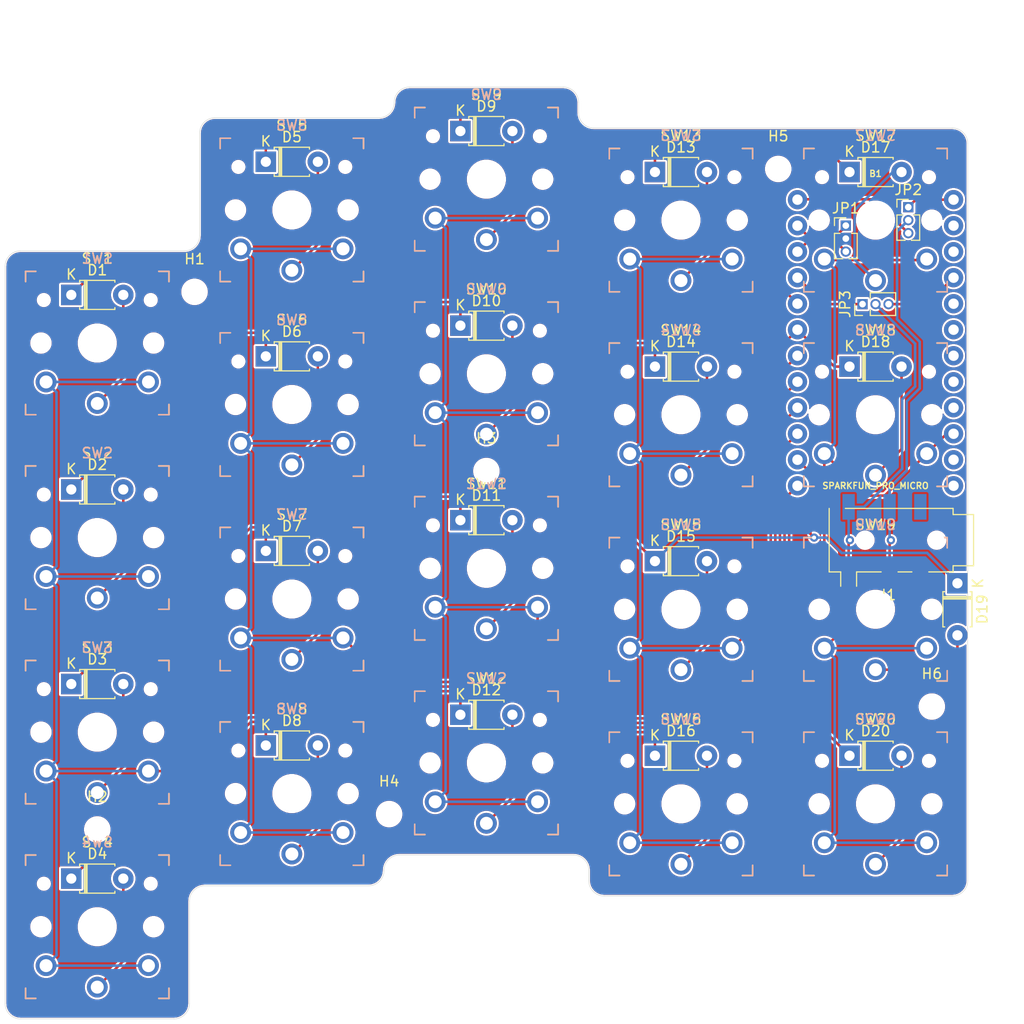
<source format=kicad_pcb>
(kicad_pcb (version 20171130) (host pcbnew "(5.1.9)-1")
  (layers (0 F.Cu signal) (31 B.Cu signal) (34 B.Paste user) (35 F.Paste user) (36 B.SilkS user hide) (37 F.SilkS user hide) (38 B.Mask user) (39 F.Mask user) (44 Edge.Cuts user))
  (net 0 "")
  (net 1 "Net-(B1-Pad24)")
  (net 2 "Net-(B1-Pad23)")
  (net 3 "Net-(B1-Pad22)")
  (net 4 "Net-(B1-Pad21)")
  (net 5 "Net-(B1-Pad20)")
  (net 6 "Net-(B1-Pad19)")
  (net 7 "Net-(B1-Pad18)")
  (net 8 "Net-(B1-Pad17)")
  (net 9 "Net-(B1-Pad16)")
  (net 10 "Net-(B1-Pad14)")
  (net 11 "Net-(B1-Pad13)")
  (net 12 "Net-(B1-Pad4)")
  (net 13 "Net-(B1-Pad3)")
  (net 14 "Net-(B1-Pad2)")
  (net 15 "Net-(B1-Pad1)")
  (net 16 "Net-(D1-Pad2)")
  (net 17 row0)
  (net 18 "Net-(D2-Pad2)")
  (net 19 row1)
  (net 20 "Net-(D3-Pad2)")
  (net 21 row2)
  (net 22 "Net-(D4-Pad2)")
  (net 23 row3)
  (net 24 "Net-(D5-Pad2)")
  (net 25 "Net-(D6-Pad2)")
  (net 26 "Net-(D7-Pad2)")
  (net 27 "Net-(D8-Pad2)")
  (net 28 "Net-(D9-Pad2)")
  (net 29 "Net-(D10-Pad2)")
  (net 30 "Net-(D11-Pad2)")
  (net 31 "Net-(D12-Pad2)")
  (net 32 "Net-(D13-Pad2)")
  (net 33 "Net-(D14-Pad2)")
  (net 34 "Net-(D15-Pad2)")
  (net 35 "Net-(D16-Pad2)")
  (net 36 "Net-(D17-Pad2)")
  (net 37 "Net-(D18-Pad2)")
  (net 38 "Net-(D19-Pad2)")
  (net 39 "Net-(D20-Pad2)")
  (net 40 "Net-(J1-PadR2)")
  (net 41 TX)
  (net 42 +5V)
  (net 43 GND)
  (net 44 col0)
  (net 45 col1)
  (net 46 col2)
  (net 47 col3)
  (net 48 col4)
  (module keyswitches:SW_PG1350_reversible (layer F.Cu) (at 166.5 71.5)
    (fp_text reference SW13 (at 0 -8.255) (layer F.SilkS))
    (fp_text value SW_Push)
    (fp_text user %R (at 0 -8.255) (layer B.SilkS) (effects (justify mirror)))
    (pad "" np_thru_hole circle (at -5.5 0) (size 1.7018 1.7018) (drill 1.7018) (layers *.Cu *.Mask))
    (pad "" np_thru_hole circle (at 5.5 0) (size 1.7018 1.7018) (drill 1.7018) (layers *.Cu *.Mask))
    (pad "" np_thru_hole circle (at 5.22 -4.2) (size 0.9906 0.9906) (drill 0.9906) (layers *.Cu *.Mask))
    (pad 1 thru_hole circle (at 0 5.9) (size 2.032 2.032) (drill 1.27) (layers *.Cu *.Mask) (net 32 "Net-(D13-Pad2)"))
    (pad 2 thru_hole circle (at -5 3.8) (size 2.032 2.032) (drill 1.27) (layers *.Cu *.Mask) (net 47 col3))
    (pad "" np_thru_hole circle (at 0 0) (size 3.429 3.429) (drill 3.429) (layers *.Cu *.Mask))
    (pad 2 thru_hole circle (at 5 3.8) (size 2.032 2.032) (drill 1.27) (layers *.Cu *.Mask) (net 47 col3))
    (pad "" np_thru_hole circle (at -5.22 -4.2) (size 0.9906 0.9906) (drill 0.9906) (layers *.Cu *.Mask))
  )
  (module keyswitches:SW_PG1350_reversible (layer F.Cu) (at 128.5 70.5)
    (fp_text reference SW5 (at 0 -8.255) (layer F.SilkS))
    (fp_text value SW_Push)
    (fp_text user %R (at 0 -8.255) (layer B.SilkS) (effects (justify mirror)))
    (pad "" np_thru_hole circle (at -5.5 0) (size 1.7018 1.7018) (drill 1.7018) (layers *.Cu *.Mask))
    (pad "" np_thru_hole circle (at 5.5 0) (size 1.7018 1.7018) (drill 1.7018) (layers *.Cu *.Mask))
    (pad "" np_thru_hole circle (at 5.22 -4.2) (size 0.9906 0.9906) (drill 0.9906) (layers *.Cu *.Mask))
    (pad 1 thru_hole circle (at 0 5.9) (size 2.032 2.032) (drill 1.27) (layers *.Cu *.Mask) (net 24 "Net-(D5-Pad2)"))
    (pad 2 thru_hole circle (at -5 3.8) (size 2.032 2.032) (drill 1.27) (layers *.Cu *.Mask) (net 45 col1))
    (pad "" np_thru_hole circle (at 0 0) (size 3.429 3.429) (drill 3.429) (layers *.Cu *.Mask))
    (pad 2 thru_hole circle (at 5 3.8) (size 2.032 2.032) (drill 1.27) (layers *.Cu *.Mask) (net 45 col1))
    (pad "" np_thru_hole circle (at -5.22 -4.2) (size 0.9906 0.9906) (drill 0.9906) (layers *.Cu *.Mask))
  )
  (module Connector_PinHeader_1.27mm:PinHeader_1x03_P1.27mm_Vertical (layer F.Cu) (at 184.23 79.7 90)
    (fp_text reference JP3 (at 0 -1.695 90) (layer F.SilkS))
    (fp_text value Jumper_3_Open)
    (pad 3 thru_hole oval (at 0 2.54 90) (size 1 1) (drill 0.65) (layers *.Cu *.Mask) (net 4 "Net-(B1-Pad21)"))
    (pad 2 thru_hole oval (at 0 1.27 90) (size 1 1) (drill 0.65) (layers *.Cu *.Mask) (net 42 +5V))
    (pad 1 thru_hole rect (at 0 0 90) (size 1 1) (drill 0.65) (layers *.Cu *.Mask) (net 12 "Net-(B1-Pad4)"))
  )
  (module Connector_PinHeader_1.27mm:PinHeader_1x03_P1.27mm_Vertical (layer F.Cu) (at 188.7 70.23)
    (fp_text reference JP2 (at 0 -1.695) (layer F.SilkS))
    (fp_text value Jumper_3_Open)
    (pad 3 thru_hole oval (at 0 2.54) (size 1 1) (drill 0.65) (layers *.Cu *.Mask) (net 15 "Net-(B1-Pad1)"))
    (pad 2 thru_hole oval (at 0 1.27) (size 1 1) (drill 0.65) (layers *.Cu *.Mask) (net 41 TX))
    (pad 1 thru_hole rect (at 0 0) (size 1 1) (drill 0.65) (layers *.Cu *.Mask) (net 1 "Net-(B1-Pad24)"))
  )
  (module Connector_PinHeader_1.27mm:PinHeader_1x03_P1.27mm_Vertical (layer F.Cu) (at 182.6 72.03)
    (fp_text reference JP1 (at 0 -1.695) (layer F.SilkS))
    (fp_text value Jumper_3_Open)
    (pad 3 thru_hole oval (at 0 2.54) (size 1 1) (drill 0.65) (layers *.Cu *.Mask) (net 13 "Net-(B1-Pad3)"))
    (pad 2 thru_hole oval (at 0 1.27) (size 1 1) (drill 0.65) (layers *.Cu *.Mask) (net 43 GND))
    (pad 1 thru_hole rect (at 0 0) (size 1 1) (drill 0.65) (layers *.Cu *.Mask) (net 14 "Net-(B1-Pad2)"))
  )
  (module Diode_THT:D_T-1_P5.08mm_Horizontal (layer F.Cu) (at 193.5 106.96 270)
    (fp_text reference D19 (at 2.54 -2.42 90) (layer F.SilkS))
    (fp_text value D_Small)
    (fp_text user K (at 0 -2 90) (layer F.SilkS))
    (pad 2 thru_hole oval (at 5.08 0 270) (size 2 2) (drill 1) (layers *.Cu *.Mask) (net 38 "Net-(D19-Pad2)"))
    (pad 1 thru_hole rect (at 0 0 270) (size 2 2) (drill 1) (layers *.Cu *.Mask) (net 21 row2))
  )
  (module Boards:SPARKFUN_PRO_MICRO (layer F.Cu) (at 185.5 82.2)
    (fp_text reference B1 (at 0 -15.24) (layer F.SilkS) (effects (font (size 0.6096 0.6096) (thickness 0.127))))
    (fp_text value SPARKFUN_PRO_MICRO (at 0 15.24) (layer F.SilkS) (effects (font (size 0.6096 0.6096) (thickness 0.127))))
    (pad 24 thru_hole circle (at 7.62 -12.7) (size 1.8796 1.8796) (drill 1.016) (layers *.Cu *.Mask) (net 1 "Net-(B1-Pad24)"))
    (pad 23 thru_hole circle (at 7.62 -10.16) (size 1.8796 1.8796) (drill 1.016) (layers *.Cu *.Mask) (net 2 "Net-(B1-Pad23)"))
    (pad 22 thru_hole circle (at 7.62 -7.62) (size 1.8796 1.8796) (drill 1.016) (layers *.Cu *.Mask) (net 3 "Net-(B1-Pad22)"))
    (pad 21 thru_hole circle (at 7.62 -5.08) (size 1.8796 1.8796) (drill 1.016) (layers *.Cu *.Mask) (net 4 "Net-(B1-Pad21)"))
    (pad 20 thru_hole circle (at 7.62 -2.54) (size 1.8796 1.8796) (drill 1.016) (layers *.Cu *.Mask) (net 5 "Net-(B1-Pad20)"))
    (pad 19 thru_hole circle (at 7.62 0) (size 1.8796 1.8796) (drill 1.016) (layers *.Cu *.Mask) (net 6 "Net-(B1-Pad19)"))
    (pad 18 thru_hole circle (at 7.62 2.54) (size 1.8796 1.8796) (drill 1.016) (layers *.Cu *.Mask) (net 7 "Net-(B1-Pad18)"))
    (pad 17 thru_hole circle (at 7.62 5.08) (size 1.8796 1.8796) (drill 1.016) (layers *.Cu *.Mask) (net 8 "Net-(B1-Pad17)"))
    (pad 16 thru_hole circle (at 7.62 7.62) (size 1.8796 1.8796) (drill 1.016) (layers *.Cu *.Mask) (net 9 "Net-(B1-Pad16)"))
    (pad 15 thru_hole circle (at 7.62 10.16) (size 1.8796 1.8796) (drill 1.016) (layers *.Cu *.Mask) (net 48 col4))
    (pad 14 thru_hole circle (at 7.62 12.7) (size 1.8796 1.8796) (drill 1.016) (layers *.Cu *.Mask) (net 10 "Net-(B1-Pad14)"))
    (pad 13 thru_hole circle (at 7.62 15.24) (size 1.8796 1.8796) (drill 1.016) (layers *.Cu *.Mask) (net 11 "Net-(B1-Pad13)"))
    (pad 12 thru_hole circle (at -7.62 15.24) (size 1.8796 1.8796) (drill 1.016) (layers *.Cu *.Mask) (net 23 row3))
    (pad 11 thru_hole circle (at -7.62 12.7) (size 1.8796 1.8796) (drill 1.016) (layers *.Cu *.Mask) (net 21 row2))
    (pad 10 thru_hole circle (at -7.62 10.16) (size 1.8796 1.8796) (drill 1.016) (layers *.Cu *.Mask) (net 44 col0))
    (pad 9 thru_hole circle (at -7.62 7.62) (size 1.8796 1.8796) (drill 1.016) (layers *.Cu *.Mask) (net 45 col1))
    (pad 8 thru_hole circle (at -7.62 5.08) (size 1.8796 1.8796) (drill 1.016) (layers *.Cu *.Mask) (net 46 col2))
    (pad 7 thru_hole circle (at -7.62 2.54) (size 1.8796 1.8796) (drill 1.016) (layers *.Cu *.Mask) (net 47 col3))
    (pad 6 thru_hole circle (at -7.62 0) (size 1.8796 1.8796) (drill 1.016) (layers *.Cu *.Mask) (net 19 row1))
    (pad 5 thru_hole circle (at -7.62 -2.54) (size 1.8796 1.8796) (drill 1.016) (layers *.Cu *.Mask) (net 17 row0))
    (pad 4 thru_hole circle (at -7.62 -5.08) (size 1.8796 1.8796) (drill 1.016) (layers *.Cu *.Mask) (net 12 "Net-(B1-Pad4)"))
    (pad 3 thru_hole circle (at -7.62 -7.62) (size 1.8796 1.8796) (drill 1.016) (layers *.Cu *.Mask) (net 13 "Net-(B1-Pad3)"))
    (pad 2 thru_hole circle (at -7.62 -10.16) (size 1.8796 1.8796) (drill 1.016) (layers *.Cu *.Mask) (net 14 "Net-(B1-Pad2)"))
    (pad 1 thru_hole circle (at -7.62 -12.7) (size 1.8796 1.8796) (drill 1.016) (layers *.Cu *.Mask) (net 15 "Net-(B1-Pad1)"))
  )
  (module keyswitches:SW_PG1350_reversible (layer F.Cu) (at 185.5 109.5)
    (fp_text reference SW19 (at 0 -8.255) (layer F.SilkS))
    (fp_text value SW_Push)
    (fp_text user %R (at 0 -8.255) (layer B.SilkS) (effects (justify mirror)))
    (pad "" np_thru_hole circle (at -5.5 0) (size 1.7018 1.7018) (drill 1.7018) (layers *.Cu *.Mask))
    (pad "" np_thru_hole circle (at 5.5 0) (size 1.7018 1.7018) (drill 1.7018) (layers *.Cu *.Mask))
    (pad 1 thru_hole circle (at 0 5.9) (size 2.032 2.032) (drill 1.27) (layers *.Cu *.Mask) (net 38 "Net-(D19-Pad2)"))
    (pad 2 thru_hole circle (at -5 3.8) (size 2.032 2.032) (drill 1.27) (layers *.Cu *.Mask) (net 48 col4))
    (pad "" np_thru_hole circle (at 0 0) (size 3.429 3.429) (drill 3.429) (layers *.Cu *.Mask))
    (pad 2 thru_hole circle (at 5 3.8) (size 2.032 2.032) (drill 1.27) (layers *.Cu *.Mask) (net 48 col4))
  )
  (module Connector_Audio:Jack_3.5mm_PJ320D_Horizontal (layer F.Cu) (at 186.7 102.75 180)
    (fp_text reference J1 (at 0.05 -5.35 180) (layer F.SilkS))
    (fp_text value AudioJack4)
    (pad "" np_thru_hole circle (at 2.225 0 180) (size 1.5 1.5) (drill 1.5) (layers *.Cu *.Mask))
    (pad "" np_thru_hole circle (at -4.775 0 180) (size 1.5 1.5) (drill 1.5) (layers *.Cu *.Mask))
    (pad R2 smd rect (at -3.175 -3.25 180) (size 1.2 2.5) (layers F.Cu F.Paste F.Mask) (net 40 "Net-(J1-PadR2)"))
    (pad R1 smd rect (at -0.175 -3.25 180) (size 1.2 2.5) (layers F.Cu F.Paste F.Mask) (net 41 TX))
    (pad T smd rect (at 3.825 -3.25 180) (size 1.2 2.5) (layers F.Cu F.Paste F.Mask) (net 42 +5V))
    (pad S smd rect (at 4.925 3.25 180) (size 1.2 2.5) (layers F.Cu F.Paste F.Mask) (net 43 GND))
    (pad R2 smd rect (at -3.175 3.25 180) (size 1.2 2.5) (layers B.Cu B.Paste B.Mask) (net 40 "Net-(J1-PadR2)"))
    (pad T smd rect (at 3.825 3.25 180) (size 1.2 2.5) (layers B.Cu B.Paste B.Mask) (net 42 +5V))
    (pad S smd rect (at 4.925 -3.25 180) (size 1.2 2.5) (layers B.Cu B.Paste B.Mask) (net 43 GND))
    (pad R1 smd rect (at -0.175 3.25 180) (size 1.2 2.5) (layers B.Cu B.Paste B.Mask) (net 41 TX))
  )
  (module keyswitches:SW_PG1350_reversible (layer F.Cu) (at 109.5 140.5)
    (fp_text reference SW4 (at 0 -8.255) (layer F.SilkS))
    (fp_text value SW_Push)
    (fp_text user %R (at 0 -8.255) (layer B.SilkS) (effects (justify mirror)))
    (pad "" np_thru_hole circle (at -5.5 0) (size 1.7018 1.7018) (drill 1.7018) (layers *.Cu *.Mask))
    (pad "" np_thru_hole circle (at 5.5 0) (size 1.7018 1.7018) (drill 1.7018) (layers *.Cu *.Mask))
    (pad "" np_thru_hole circle (at 5.22 -4.2) (size 0.9906 0.9906) (drill 0.9906) (layers *.Cu *.Mask))
    (pad 1 thru_hole circle (at 0 5.9) (size 2.032 2.032) (drill 1.27) (layers *.Cu *.Mask) (net 22 "Net-(D4-Pad2)"))
    (pad 2 thru_hole circle (at -5 3.8) (size 2.032 2.032) (drill 1.27) (layers *.Cu *.Mask) (net 44 col0))
    (pad "" np_thru_hole circle (at 0 0) (size 3.429 3.429) (drill 3.429) (layers *.Cu *.Mask))
    (pad 2 thru_hole circle (at 5 3.8) (size 2.032 2.032) (drill 1.27) (layers *.Cu *.Mask) (net 44 col0))
    (pad "" np_thru_hole circle (at -5.22 -4.2) (size 0.9906 0.9906) (drill 0.9906) (layers *.Cu *.Mask))
  )
  (module keyswitches:SW_PG1350_reversible (layer F.Cu) (at 185.5 128.5)
    (fp_text reference SW20 (at 0 -8.255) (layer F.SilkS))
    (fp_text value SW_Push)
    (fp_text user %R (at 0 -8.255) (layer B.SilkS) (effects (justify mirror)))
    (pad "" np_thru_hole circle (at -5.5 0) (size 1.7018 1.7018) (drill 1.7018) (layers *.Cu *.Mask))
    (pad "" np_thru_hole circle (at 5.5 0) (size 1.7018 1.7018) (drill 1.7018) (layers *.Cu *.Mask))
    (pad "" np_thru_hole circle (at 5.22 -4.2) (size 0.9906 0.9906) (drill 0.9906) (layers *.Cu *.Mask))
    (pad 1 thru_hole circle (at 0 5.9) (size 2.032 2.032) (drill 1.27) (layers *.Cu *.Mask) (net 39 "Net-(D20-Pad2)"))
    (pad 2 thru_hole circle (at -5 3.8) (size 2.032 2.032) (drill 1.27) (layers *.Cu *.Mask) (net 48 col4))
    (pad "" np_thru_hole circle (at 0 0) (size 3.429 3.429) (drill 3.429) (layers *.Cu *.Mask))
    (pad 2 thru_hole circle (at 5 3.8) (size 2.032 2.032) (drill 1.27) (layers *.Cu *.Mask) (net 48 col4))
    (pad "" np_thru_hole circle (at -5.22 -4.2) (size 0.9906 0.9906) (drill 0.9906) (layers *.Cu *.Mask))
  )
  (module keyswitches:SW_PG1350_reversible (layer F.Cu) (at 185.5 90.5)
    (fp_text reference SW18 (at 0 -8.255) (layer F.SilkS))
    (fp_text value SW_Push)
    (fp_text user %R (at 0 -8.255) (layer B.SilkS) (effects (justify mirror)))
    (pad "" np_thru_hole circle (at -5.5 0) (size 1.7018 1.7018) (drill 1.7018) (layers *.Cu *.Mask))
    (pad "" np_thru_hole circle (at 5.5 0) (size 1.7018 1.7018) (drill 1.7018) (layers *.Cu *.Mask))
    (pad "" np_thru_hole circle (at 5.22 -4.2) (size 0.9906 0.9906) (drill 0.9906) (layers *.Cu *.Mask))
    (pad 1 thru_hole circle (at 0 5.9) (size 2.032 2.032) (drill 1.27) (layers *.Cu *.Mask) (net 37 "Net-(D18-Pad2)"))
    (pad 2 thru_hole circle (at -5 3.8) (size 2.032 2.032) (drill 1.27) (layers *.Cu *.Mask) (net 48 col4))
    (pad "" np_thru_hole circle (at 0 0) (size 3.429 3.429) (drill 3.429) (layers *.Cu *.Mask))
    (pad 2 thru_hole circle (at 5 3.8) (size 2.032 2.032) (drill 1.27) (layers *.Cu *.Mask) (net 48 col4))
    (pad "" np_thru_hole circle (at -5.22 -4.2) (size 0.9906 0.9906) (drill 0.9906) (layers *.Cu *.Mask))
  )
  (module keyswitches:SW_PG1350_reversible (layer F.Cu) (at 185.5 71.5)
    (fp_text reference SW17 (at 0 -8.255) (layer F.SilkS))
    (fp_text value SW_Push)
    (fp_text user %R (at 0 -8.255) (layer B.SilkS) (effects (justify mirror)))
    (pad "" np_thru_hole circle (at -5.5 0) (size 1.7018 1.7018) (drill 1.7018) (layers *.Cu *.Mask))
    (pad "" np_thru_hole circle (at 5.5 0) (size 1.7018 1.7018) (drill 1.7018) (layers *.Cu *.Mask))
    (pad "" np_thru_hole circle (at 5.22 -4.2) (size 0.9906 0.9906) (drill 0.9906) (layers *.Cu *.Mask))
    (pad 1 thru_hole circle (at 0 5.9) (size 2.032 2.032) (drill 1.27) (layers *.Cu *.Mask) (net 36 "Net-(D17-Pad2)"))
    (pad 2 thru_hole circle (at -5 3.8) (size 2.032 2.032) (drill 1.27) (layers *.Cu *.Mask) (net 48 col4))
    (pad "" np_thru_hole circle (at 0 0) (size 3.429 3.429) (drill 3.429) (layers *.Cu *.Mask))
    (pad 2 thru_hole circle (at 5 3.8) (size 2.032 2.032) (drill 1.27) (layers *.Cu *.Mask) (net 48 col4))
    (pad "" np_thru_hole circle (at -5.22 -4.2) (size 0.9906 0.9906) (drill 0.9906) (layers *.Cu *.Mask))
  )
  (module keyswitches:SW_PG1350_reversible (layer F.Cu) (at 166.5 128.5)
    (fp_text reference SW16 (at 0 -8.255) (layer F.SilkS))
    (fp_text value SW_Push)
    (fp_text user %R (at 0 -8.255) (layer B.SilkS) (effects (justify mirror)))
    (pad "" np_thru_hole circle (at -5.5 0) (size 1.7018 1.7018) (drill 1.7018) (layers *.Cu *.Mask))
    (pad "" np_thru_hole circle (at 5.5 0) (size 1.7018 1.7018) (drill 1.7018) (layers *.Cu *.Mask))
    (pad "" np_thru_hole circle (at 5.22 -4.2) (size 0.9906 0.9906) (drill 0.9906) (layers *.Cu *.Mask))
    (pad 1 thru_hole circle (at 0 5.9) (size 2.032 2.032) (drill 1.27) (layers *.Cu *.Mask) (net 35 "Net-(D16-Pad2)"))
    (pad 2 thru_hole circle (at -5 3.8) (size 2.032 2.032) (drill 1.27) (layers *.Cu *.Mask) (net 47 col3))
    (pad "" np_thru_hole circle (at 0 0) (size 3.429 3.429) (drill 3.429) (layers *.Cu *.Mask))
    (pad 2 thru_hole circle (at 5 3.8) (size 2.032 2.032) (drill 1.27) (layers *.Cu *.Mask) (net 47 col3))
    (pad "" np_thru_hole circle (at -5.22 -4.2) (size 0.9906 0.9906) (drill 0.9906) (layers *.Cu *.Mask))
  )
  (module keyswitches:SW_PG1350_reversible (layer F.Cu) (at 166.5 109.5)
    (fp_text reference SW15 (at 0 -8.255) (layer F.SilkS))
    (fp_text value SW_Push)
    (fp_text user %R (at 0 -8.255) (layer B.SilkS) (effects (justify mirror)))
    (pad "" np_thru_hole circle (at -5.5 0) (size 1.7018 1.7018) (drill 1.7018) (layers *.Cu *.Mask))
    (pad "" np_thru_hole circle (at 5.5 0) (size 1.7018 1.7018) (drill 1.7018) (layers *.Cu *.Mask))
    (pad "" np_thru_hole circle (at 5.22 -4.2) (size 0.9906 0.9906) (drill 0.9906) (layers *.Cu *.Mask))
    (pad 1 thru_hole circle (at 0 5.9) (size 2.032 2.032) (drill 1.27) (layers *.Cu *.Mask) (net 34 "Net-(D15-Pad2)"))
    (pad 2 thru_hole circle (at -5 3.8) (size 2.032 2.032) (drill 1.27) (layers *.Cu *.Mask) (net 47 col3))
    (pad "" np_thru_hole circle (at 0 0) (size 3.429 3.429) (drill 3.429) (layers *.Cu *.Mask))
    (pad 2 thru_hole circle (at 5 3.8) (size 2.032 2.032) (drill 1.27) (layers *.Cu *.Mask) (net 47 col3))
    (pad "" np_thru_hole circle (at -5.22 -4.2) (size 0.9906 0.9906) (drill 0.9906) (layers *.Cu *.Mask))
  )
  (module keyswitches:SW_PG1350_reversible (layer F.Cu) (at 166.5 90.5)
    (fp_text reference SW14 (at 0 -8.255) (layer F.SilkS))
    (fp_text value SW_Push)
    (fp_text user %R (at 0 -8.255) (layer B.SilkS) (effects (justify mirror)))
    (pad "" np_thru_hole circle (at -5.5 0) (size 1.7018 1.7018) (drill 1.7018) (layers *.Cu *.Mask))
    (pad "" np_thru_hole circle (at 5.5 0) (size 1.7018 1.7018) (drill 1.7018) (layers *.Cu *.Mask))
    (pad "" np_thru_hole circle (at 5.22 -4.2) (size 0.9906 0.9906) (drill 0.9906) (layers *.Cu *.Mask))
    (pad 1 thru_hole circle (at 0 5.9) (size 2.032 2.032) (drill 1.27) (layers *.Cu *.Mask) (net 33 "Net-(D14-Pad2)"))
    (pad 2 thru_hole circle (at -5 3.8) (size 2.032 2.032) (drill 1.27) (layers *.Cu *.Mask) (net 47 col3))
    (pad "" np_thru_hole circle (at 0 0) (size 3.429 3.429) (drill 3.429) (layers *.Cu *.Mask))
    (pad 2 thru_hole circle (at 5 3.8) (size 2.032 2.032) (drill 1.27) (layers *.Cu *.Mask) (net 47 col3))
    (pad "" np_thru_hole circle (at -5.22 -4.2) (size 0.9906 0.9906) (drill 0.9906) (layers *.Cu *.Mask))
  )
  (module keyswitches:SW_PG1350_reversible (layer F.Cu) (at 147.5 124.5)
    (fp_text reference SW12 (at 0 -8.255) (layer F.SilkS))
    (fp_text value SW_Push)
    (fp_text user %R (at 0 -8.255) (layer B.SilkS) (effects (justify mirror)))
    (pad "" np_thru_hole circle (at -5.5 0) (size 1.7018 1.7018) (drill 1.7018) (layers *.Cu *.Mask))
    (pad "" np_thru_hole circle (at 5.5 0) (size 1.7018 1.7018) (drill 1.7018) (layers *.Cu *.Mask))
    (pad "" np_thru_hole circle (at 5.22 -4.2) (size 0.9906 0.9906) (drill 0.9906) (layers *.Cu *.Mask))
    (pad 1 thru_hole circle (at 0 5.9) (size 2.032 2.032) (drill 1.27) (layers *.Cu *.Mask) (net 31 "Net-(D12-Pad2)"))
    (pad 2 thru_hole circle (at -5 3.8) (size 2.032 2.032) (drill 1.27) (layers *.Cu *.Mask) (net 46 col2))
    (pad "" np_thru_hole circle (at 0 0) (size 3.429 3.429) (drill 3.429) (layers *.Cu *.Mask))
    (pad 2 thru_hole circle (at 5 3.8) (size 2.032 2.032) (drill 1.27) (layers *.Cu *.Mask) (net 46 col2))
    (pad "" np_thru_hole circle (at -5.22 -4.2) (size 0.9906 0.9906) (drill 0.9906) (layers *.Cu *.Mask))
  )
  (module keyswitches:SW_PG1350_reversible (layer F.Cu) (at 147.5 105.5)
    (fp_text reference SW11 (at 0 -8.255) (layer F.SilkS))
    (fp_text value SW_Push)
    (fp_text user %R (at 0 -8.255) (layer B.SilkS) (effects (justify mirror)))
    (pad "" np_thru_hole circle (at -5.5 0) (size 1.7018 1.7018) (drill 1.7018) (layers *.Cu *.Mask))
    (pad "" np_thru_hole circle (at 5.5 0) (size 1.7018 1.7018) (drill 1.7018) (layers *.Cu *.Mask))
    (pad "" np_thru_hole circle (at 5.22 -4.2) (size 0.9906 0.9906) (drill 0.9906) (layers *.Cu *.Mask))
    (pad 1 thru_hole circle (at 0 5.9) (size 2.032 2.032) (drill 1.27) (layers *.Cu *.Mask) (net 30 "Net-(D11-Pad2)"))
    (pad 2 thru_hole circle (at -5 3.8) (size 2.032 2.032) (drill 1.27) (layers *.Cu *.Mask) (net 46 col2))
    (pad "" np_thru_hole circle (at 0 0) (size 3.429 3.429) (drill 3.429) (layers *.Cu *.Mask))
    (pad 2 thru_hole circle (at 5 3.8) (size 2.032 2.032) (drill 1.27) (layers *.Cu *.Mask) (net 46 col2))
    (pad "" np_thru_hole circle (at -5.22 -4.2) (size 0.9906 0.9906) (drill 0.9906) (layers *.Cu *.Mask))
  )
  (module keyswitches:SW_PG1350_reversible (layer F.Cu) (at 147.5 86.5)
    (fp_text reference SW10 (at 0 -8.255) (layer F.SilkS))
    (fp_text value SW_Push)
    (fp_text user %R (at 0 -8.255) (layer B.SilkS) (effects (justify mirror)))
    (pad "" np_thru_hole circle (at -5.5 0) (size 1.7018 1.7018) (drill 1.7018) (layers *.Cu *.Mask))
    (pad "" np_thru_hole circle (at 5.5 0) (size 1.7018 1.7018) (drill 1.7018) (layers *.Cu *.Mask))
    (pad "" np_thru_hole circle (at 5.22 -4.2) (size 0.9906 0.9906) (drill 0.9906) (layers *.Cu *.Mask))
    (pad 1 thru_hole circle (at 0 5.9) (size 2.032 2.032) (drill 1.27) (layers *.Cu *.Mask) (net 29 "Net-(D10-Pad2)"))
    (pad 2 thru_hole circle (at -5 3.8) (size 2.032 2.032) (drill 1.27) (layers *.Cu *.Mask) (net 46 col2))
    (pad "" np_thru_hole circle (at 0 0) (size 3.429 3.429) (drill 3.429) (layers *.Cu *.Mask))
    (pad 2 thru_hole circle (at 5 3.8) (size 2.032 2.032) (drill 1.27) (layers *.Cu *.Mask) (net 46 col2))
    (pad "" np_thru_hole circle (at -5.22 -4.2) (size 0.9906 0.9906) (drill 0.9906) (layers *.Cu *.Mask))
  )
  (module keyswitches:SW_PG1350_reversible (layer F.Cu) (at 147.5 67.5)
    (fp_text reference SW9 (at 0 -8.255) (layer F.SilkS))
    (fp_text value SW_Push)
    (fp_text user %R (at 0 -8.255) (layer B.SilkS) (effects (justify mirror)))
    (pad "" np_thru_hole circle (at -5.5 0) (size 1.7018 1.7018) (drill 1.7018) (layers *.Cu *.Mask))
    (pad "" np_thru_hole circle (at 5.5 0) (size 1.7018 1.7018) (drill 1.7018) (layers *.Cu *.Mask))
    (pad "" np_thru_hole circle (at 5.22 -4.2) (size 0.9906 0.9906) (drill 0.9906) (layers *.Cu *.Mask))
    (pad 1 thru_hole circle (at 0 5.9) (size 2.032 2.032) (drill 1.27) (layers *.Cu *.Mask) (net 28 "Net-(D9-Pad2)"))
    (pad 2 thru_hole circle (at -5 3.8) (size 2.032 2.032) (drill 1.27) (layers *.Cu *.Mask) (net 46 col2))
    (pad "" np_thru_hole circle (at 0 0) (size 3.429 3.429) (drill 3.429) (layers *.Cu *.Mask))
    (pad 2 thru_hole circle (at 5 3.8) (size 2.032 2.032) (drill 1.27) (layers *.Cu *.Mask) (net 46 col2))
    (pad "" np_thru_hole circle (at -5.22 -4.2) (size 0.9906 0.9906) (drill 0.9906) (layers *.Cu *.Mask))
  )
  (module keyswitches:SW_PG1350_reversible (layer F.Cu) (at 128.5 127.5)
    (fp_text reference SW8 (at 0 -8.255) (layer F.SilkS))
    (fp_text value SW_Push)
    (fp_text user %R (at 0 -8.255) (layer B.SilkS) (effects (justify mirror)))
    (pad "" np_thru_hole circle (at -5.5 0) (size 1.7018 1.7018) (drill 1.7018) (layers *.Cu *.Mask))
    (pad "" np_thru_hole circle (at 5.5 0) (size 1.7018 1.7018) (drill 1.7018) (layers *.Cu *.Mask))
    (pad "" np_thru_hole circle (at 5.22 -4.2) (size 0.9906 0.9906) (drill 0.9906) (layers *.Cu *.Mask))
    (pad 1 thru_hole circle (at 0 5.9) (size 2.032 2.032) (drill 1.27) (layers *.Cu *.Mask) (net 27 "Net-(D8-Pad2)"))
    (pad 2 thru_hole circle (at -5 3.8) (size 2.032 2.032) (drill 1.27) (layers *.Cu *.Mask) (net 45 col1))
    (pad "" np_thru_hole circle (at 0 0) (size 3.429 3.429) (drill 3.429) (layers *.Cu *.Mask))
    (pad 2 thru_hole circle (at 5 3.8) (size 2.032 2.032) (drill 1.27) (layers *.Cu *.Mask) (net 45 col1))
    (pad "" np_thru_hole circle (at -5.22 -4.2) (size 0.9906 0.9906) (drill 0.9906) (layers *.Cu *.Mask))
  )
  (module keyswitches:SW_PG1350_reversible (layer F.Cu) (at 128.5 108.5)
    (fp_text reference SW7 (at 0 -8.255) (layer F.SilkS))
    (fp_text value SW_Push)
    (fp_text user %R (at 0 -8.255) (layer B.SilkS) (effects (justify mirror)))
    (pad "" np_thru_hole circle (at -5.5 0) (size 1.7018 1.7018) (drill 1.7018) (layers *.Cu *.Mask))
    (pad "" np_thru_hole circle (at 5.5 0) (size 1.7018 1.7018) (drill 1.7018) (layers *.Cu *.Mask))
    (pad "" np_thru_hole circle (at 5.22 -4.2) (size 0.9906 0.9906) (drill 0.9906) (layers *.Cu *.Mask))
    (pad 1 thru_hole circle (at 0 5.9) (size 2.032 2.032) (drill 1.27) (layers *.Cu *.Mask) (net 26 "Net-(D7-Pad2)"))
    (pad 2 thru_hole circle (at -5 3.8) (size 2.032 2.032) (drill 1.27) (layers *.Cu *.Mask) (net 45 col1))
    (pad "" np_thru_hole circle (at 0 0) (size 3.429 3.429) (drill 3.429) (layers *.Cu *.Mask))
    (pad 2 thru_hole circle (at 5 3.8) (size 2.032 2.032) (drill 1.27) (layers *.Cu *.Mask) (net 45 col1))
    (pad "" np_thru_hole circle (at -5.22 -4.2) (size 0.9906 0.9906) (drill 0.9906) (layers *.Cu *.Mask))
  )
  (module keyswitches:SW_PG1350_reversible (layer F.Cu) (at 128.5 89.5)
    (fp_text reference SW6 (at 0 -8.255) (layer F.SilkS))
    (fp_text value SW_Push)
    (fp_text user %R (at 0 -8.255) (layer B.SilkS) (effects (justify mirror)))
    (pad "" np_thru_hole circle (at -5.5 0) (size 1.7018 1.7018) (drill 1.7018) (layers *.Cu *.Mask))
    (pad "" np_thru_hole circle (at 5.5 0) (size 1.7018 1.7018) (drill 1.7018) (layers *.Cu *.Mask))
    (pad "" np_thru_hole circle (at 5.22 -4.2) (size 0.9906 0.9906) (drill 0.9906) (layers *.Cu *.Mask))
    (pad 1 thru_hole circle (at 0 5.9) (size 2.032 2.032) (drill 1.27) (layers *.Cu *.Mask) (net 25 "Net-(D6-Pad2)"))
    (pad 2 thru_hole circle (at -5 3.8) (size 2.032 2.032) (drill 1.27) (layers *.Cu *.Mask) (net 45 col1))
    (pad "" np_thru_hole circle (at 0 0) (size 3.429 3.429) (drill 3.429) (layers *.Cu *.Mask))
    (pad 2 thru_hole circle (at 5 3.8) (size 2.032 2.032) (drill 1.27) (layers *.Cu *.Mask) (net 45 col1))
    (pad "" np_thru_hole circle (at -5.22 -4.2) (size 0.9906 0.9906) (drill 0.9906) (layers *.Cu *.Mask))
  )
  (module keyswitches:SW_PG1350_reversible (layer F.Cu) (at 109.5 121.5)
    (fp_text reference SW3 (at 0 -8.255) (layer F.SilkS))
    (fp_text value SW_Push)
    (fp_text user %R (at 0 -8.255) (layer B.SilkS) (effects (justify mirror)))
    (pad "" np_thru_hole circle (at -5.5 0) (size 1.7018 1.7018) (drill 1.7018) (layers *.Cu *.Mask))
    (pad "" np_thru_hole circle (at 5.5 0) (size 1.7018 1.7018) (drill 1.7018) (layers *.Cu *.Mask))
    (pad "" np_thru_hole circle (at 5.22 -4.2) (size 0.9906 0.9906) (drill 0.9906) (layers *.Cu *.Mask))
    (pad 1 thru_hole circle (at 0 5.9) (size 2.032 2.032) (drill 1.27) (layers *.Cu *.Mask) (net 20 "Net-(D3-Pad2)"))
    (pad 2 thru_hole circle (at -5 3.8) (size 2.032 2.032) (drill 1.27) (layers *.Cu *.Mask) (net 44 col0))
    (pad "" np_thru_hole circle (at 0 0) (size 3.429 3.429) (drill 3.429) (layers *.Cu *.Mask))
    (pad 2 thru_hole circle (at 5 3.8) (size 2.032 2.032) (drill 1.27) (layers *.Cu *.Mask) (net 44 col0))
    (pad "" np_thru_hole circle (at -5.22 -4.2) (size 0.9906 0.9906) (drill 0.9906) (layers *.Cu *.Mask))
  )
  (module keyswitches:SW_PG1350_reversible (layer F.Cu) (at 109.5 102.5)
    (fp_text reference SW2 (at 0 -8.255) (layer F.SilkS))
    (fp_text value SW_Push)
    (fp_text user %R (at 0 -8.255) (layer B.SilkS) (effects (justify mirror)))
    (pad "" np_thru_hole circle (at -5.5 0) (size 1.7018 1.7018) (drill 1.7018) (layers *.Cu *.Mask))
    (pad "" np_thru_hole circle (at 5.5 0) (size 1.7018 1.7018) (drill 1.7018) (layers *.Cu *.Mask))
    (pad "" np_thru_hole circle (at 5.22 -4.2) (size 0.9906 0.9906) (drill 0.9906) (layers *.Cu *.Mask))
    (pad 1 thru_hole circle (at 0 5.9) (size 2.032 2.032) (drill 1.27) (layers *.Cu *.Mask) (net 18 "Net-(D2-Pad2)"))
    (pad 2 thru_hole circle (at -5 3.8) (size 2.032 2.032) (drill 1.27) (layers *.Cu *.Mask) (net 44 col0))
    (pad "" np_thru_hole circle (at 0 0) (size 3.429 3.429) (drill 3.429) (layers *.Cu *.Mask))
    (pad 2 thru_hole circle (at 5 3.8) (size 2.032 2.032) (drill 1.27) (layers *.Cu *.Mask) (net 44 col0))
    (pad "" np_thru_hole circle (at -5.22 -4.2) (size 0.9906 0.9906) (drill 0.9906) (layers *.Cu *.Mask))
  )
  (module keyswitches:SW_PG1350_reversible (layer F.Cu) (at 109.5 83.5)
    (fp_text reference SW1 (at 0 -8.255) (layer F.SilkS))
    (fp_text value SW_Push)
    (fp_text user %R (at 0 -8.255) (layer B.SilkS) (effects (justify mirror)))
    (pad "" np_thru_hole circle (at -5.5 0) (size 1.7018 1.7018) (drill 1.7018) (layers *.Cu *.Mask))
    (pad "" np_thru_hole circle (at 5.5 0) (size 1.7018 1.7018) (drill 1.7018) (layers *.Cu *.Mask))
    (pad "" np_thru_hole circle (at 5.22 -4.2) (size 0.9906 0.9906) (drill 0.9906) (layers *.Cu *.Mask))
    (pad 1 thru_hole circle (at 0 5.9) (size 2.032 2.032) (drill 1.27) (layers *.Cu *.Mask) (net 16 "Net-(D1-Pad2)"))
    (pad 2 thru_hole circle (at -5 3.8) (size 2.032 2.032) (drill 1.27) (layers *.Cu *.Mask) (net 44 col0))
    (pad "" np_thru_hole circle (at 0 0) (size 3.429 3.429) (drill 3.429) (layers *.Cu *.Mask))
    (pad 2 thru_hole circle (at 5 3.8) (size 2.032 2.032) (drill 1.27) (layers *.Cu *.Mask) (net 44 col0))
    (pad "" np_thru_hole circle (at -5.22 -4.2) (size 0.9906 0.9906) (drill 0.9906) (layers *.Cu *.Mask))
  )
  (module MountingHole:MountingHole_2.2mm_M2 (layer F.Cu) (at 191 119)
    (fp_text reference H6 (at 0 -3.2) (layer F.SilkS))
    (fp_text value MountingHole)
    (pad 1 np_thru_hole circle (at 0 0) (size 2.2 2.2) (drill 2.2) (layers *.Cu *.Mask))
  )
  (module MountingHole:MountingHole_2.2mm_M2 (layer F.Cu) (at 176 66.5)
    (fp_text reference H5 (at 0 -3.2) (layer F.SilkS))
    (fp_text value MountingHole)
    (pad 1 np_thru_hole circle (at 0 0) (size 2.2 2.2) (drill 2.2) (layers *.Cu *.Mask))
  )
  (module MountingHole:MountingHole_2.2mm_M2 (layer F.Cu) (at 138 129.5)
    (fp_text reference H4 (at 0 -3.2) (layer F.SilkS))
    (fp_text value MountingHole)
    (pad 1 np_thru_hole circle (at 0 0) (size 2.2 2.2) (drill 2.2) (layers *.Cu *.Mask))
  )
  (module MountingHole:MountingHole_2.2mm_M2 (layer F.Cu) (at 147.5 96)
    (fp_text reference H3 (at 0 -3.2) (layer F.SilkS))
    (fp_text value MountingHole)
    (pad 1 np_thru_hole circle (at 0 0) (size 2.2 2.2) (drill 2.2) (layers *.Cu *.Mask))
  )
  (module MountingHole:MountingHole_2.2mm_M2 (layer F.Cu) (at 109.5 131)
    (fp_text reference H2 (at 0 -3.2) (layer F.SilkS))
    (fp_text value MountingHole)
    (pad 1 np_thru_hole circle (at 0 0) (size 2.2 2.2) (drill 2.2) (layers *.Cu *.Mask))
  )
  (module MountingHole:MountingHole_2.2mm_M2 (layer F.Cu) (at 119 78.5)
    (fp_text reference H1 (at 0 -3.2) (layer F.SilkS))
    (fp_text value MountingHole)
    (pad 1 np_thru_hole circle (at 0 0) (size 2.2 2.2) (drill 2.2) (layers *.Cu *.Mask))
  )
  (module Diode_THT:D_T-1_P5.08mm_Horizontal (layer F.Cu) (at 182.96 123.8)
    (fp_text reference D20 (at 2.54 -2.42) (layer F.SilkS))
    (fp_text value D_Small)
    (fp_text user K (at 0 -2) (layer F.SilkS))
    (pad 2 thru_hole oval (at 5.08 0) (size 2 2) (drill 1) (layers *.Cu *.Mask) (net 39 "Net-(D20-Pad2)"))
    (pad 1 thru_hole rect (at 0 0) (size 2 2) (drill 1) (layers *.Cu *.Mask) (net 23 row3))
  )
  (module Diode_THT:D_T-1_P5.08mm_Horizontal (layer F.Cu) (at 182.96 85.8)
    (fp_text reference D18 (at 2.54 -2.42) (layer F.SilkS))
    (fp_text value D_Small)
    (fp_text user K (at 0 -2) (layer F.SilkS))
    (pad 2 thru_hole oval (at 5.08 0) (size 2 2) (drill 1) (layers *.Cu *.Mask) (net 37 "Net-(D18-Pad2)"))
    (pad 1 thru_hole rect (at 0 0) (size 2 2) (drill 1) (layers *.Cu *.Mask) (net 19 row1))
  )
  (module Diode_THT:D_T-1_P5.08mm_Horizontal (layer F.Cu) (at 182.96 66.8)
    (fp_text reference D17 (at 2.54 -2.42) (layer F.SilkS))
    (fp_text value D_Small)
    (fp_text user K (at 0 -2) (layer F.SilkS))
    (pad 2 thru_hole oval (at 5.08 0) (size 2 2) (drill 1) (layers *.Cu *.Mask) (net 36 "Net-(D17-Pad2)"))
    (pad 1 thru_hole rect (at 0 0) (size 2 2) (drill 1) (layers *.Cu *.Mask) (net 17 row0))
  )
  (module Diode_THT:D_T-1_P5.08mm_Horizontal (layer F.Cu) (at 163.96 123.8)
    (fp_text reference D16 (at 2.54 -2.42) (layer F.SilkS))
    (fp_text value D_Small)
    (fp_text user K (at 0 -2) (layer F.SilkS))
    (pad 2 thru_hole oval (at 5.08 0) (size 2 2) (drill 1) (layers *.Cu *.Mask) (net 35 "Net-(D16-Pad2)"))
    (pad 1 thru_hole rect (at 0 0) (size 2 2) (drill 1) (layers *.Cu *.Mask) (net 23 row3))
  )
  (module Diode_THT:D_T-1_P5.08mm_Horizontal (layer F.Cu) (at 163.96 104.8)
    (fp_text reference D15 (at 2.54 -2.42) (layer F.SilkS))
    (fp_text value D_Small)
    (fp_text user K (at 0 -2) (layer F.SilkS))
    (pad 2 thru_hole oval (at 5.08 0) (size 2 2) (drill 1) (layers *.Cu *.Mask) (net 34 "Net-(D15-Pad2)"))
    (pad 1 thru_hole rect (at 0 0) (size 2 2) (drill 1) (layers *.Cu *.Mask) (net 21 row2))
  )
  (module Diode_THT:D_T-1_P5.08mm_Horizontal (layer F.Cu) (at 163.96 85.8)
    (fp_text reference D14 (at 2.54 -2.42) (layer F.SilkS))
    (fp_text value D_Small)
    (fp_text user K (at 0 -2) (layer F.SilkS))
    (pad 2 thru_hole oval (at 5.08 0) (size 2 2) (drill 1) (layers *.Cu *.Mask) (net 33 "Net-(D14-Pad2)"))
    (pad 1 thru_hole rect (at 0 0) (size 2 2) (drill 1) (layers *.Cu *.Mask) (net 19 row1))
  )
  (module Diode_THT:D_T-1_P5.08mm_Horizontal (layer F.Cu) (at 163.96 66.8)
    (fp_text reference D13 (at 2.54 -2.42) (layer F.SilkS))
    (fp_text value D_Small)
    (fp_text user K (at 0 -2) (layer F.SilkS))
    (pad 2 thru_hole oval (at 5.08 0) (size 2 2) (drill 1) (layers *.Cu *.Mask) (net 32 "Net-(D13-Pad2)"))
    (pad 1 thru_hole rect (at 0 0) (size 2 2) (drill 1) (layers *.Cu *.Mask) (net 17 row0))
  )
  (module Diode_THT:D_T-1_P5.08mm_Horizontal (layer F.Cu) (at 144.96 119.8)
    (fp_text reference D12 (at 2.54 -2.42) (layer F.SilkS))
    (fp_text value D_Small)
    (fp_text user K (at 0 -2) (layer F.SilkS))
    (pad 2 thru_hole oval (at 5.08 0) (size 2 2) (drill 1) (layers *.Cu *.Mask) (net 31 "Net-(D12-Pad2)"))
    (pad 1 thru_hole rect (at 0 0) (size 2 2) (drill 1) (layers *.Cu *.Mask) (net 23 row3))
  )
  (module Diode_THT:D_T-1_P5.08mm_Horizontal (layer F.Cu) (at 144.96 100.8)
    (fp_text reference D11 (at 2.54 -2.42) (layer F.SilkS))
    (fp_text value D_Small)
    (fp_text user K (at 0 -2) (layer F.SilkS))
    (pad 2 thru_hole oval (at 5.08 0) (size 2 2) (drill 1) (layers *.Cu *.Mask) (net 30 "Net-(D11-Pad2)"))
    (pad 1 thru_hole rect (at 0 0) (size 2 2) (drill 1) (layers *.Cu *.Mask) (net 21 row2))
  )
  (module Diode_THT:D_T-1_P5.08mm_Horizontal (layer F.Cu) (at 144.96 81.8)
    (fp_text reference D10 (at 2.54 -2.42) (layer F.SilkS))
    (fp_text value D_Small)
    (fp_text user K (at 0 -2) (layer F.SilkS))
    (pad 2 thru_hole oval (at 5.08 0) (size 2 2) (drill 1) (layers *.Cu *.Mask) (net 29 "Net-(D10-Pad2)"))
    (pad 1 thru_hole rect (at 0 0) (size 2 2) (drill 1) (layers *.Cu *.Mask) (net 19 row1))
  )
  (module Diode_THT:D_T-1_P5.08mm_Horizontal (layer F.Cu) (at 144.96 62.8)
    (fp_text reference D9 (at 2.54 -2.42) (layer F.SilkS))
    (fp_text value D_Small)
    (fp_text user K (at 0 -2) (layer F.SilkS))
    (pad 2 thru_hole oval (at 5.08 0) (size 2 2) (drill 1) (layers *.Cu *.Mask) (net 28 "Net-(D9-Pad2)"))
    (pad 1 thru_hole rect (at 0 0) (size 2 2) (drill 1) (layers *.Cu *.Mask) (net 17 row0))
  )
  (module Diode_THT:D_T-1_P5.08mm_Horizontal (layer F.Cu) (at 125.96 122.8)
    (fp_text reference D8 (at 2.54 -2.42) (layer F.SilkS))
    (fp_text value D_Small)
    (fp_text user K (at 0 -2) (layer F.SilkS))
    (pad 2 thru_hole oval (at 5.08 0) (size 2 2) (drill 1) (layers *.Cu *.Mask) (net 27 "Net-(D8-Pad2)"))
    (pad 1 thru_hole rect (at 0 0) (size 2 2) (drill 1) (layers *.Cu *.Mask) (net 23 row3))
  )
  (module Diode_THT:D_T-1_P5.08mm_Horizontal (layer F.Cu) (at 125.96 103.8)
    (fp_text reference D7 (at 2.54 -2.42) (layer F.SilkS))
    (fp_text value D_Small)
    (fp_text user K (at 0 -2) (layer F.SilkS))
    (pad 2 thru_hole oval (at 5.08 0) (size 2 2) (drill 1) (layers *.Cu *.Mask) (net 26 "Net-(D7-Pad2)"))
    (pad 1 thru_hole rect (at 0 0) (size 2 2) (drill 1) (layers *.Cu *.Mask) (net 21 row2))
  )
  (module Diode_THT:D_T-1_P5.08mm_Horizontal (layer F.Cu) (at 125.96 84.8)
    (fp_text reference D6 (at 2.54 -2.42) (layer F.SilkS))
    (fp_text value D_Small)
    (fp_text user K (at 0 -2) (layer F.SilkS))
    (pad 2 thru_hole oval (at 5.08 0) (size 2 2) (drill 1) (layers *.Cu *.Mask) (net 25 "Net-(D6-Pad2)"))
    (pad 1 thru_hole rect (at 0 0) (size 2 2) (drill 1) (layers *.Cu *.Mask) (net 19 row1))
  )
  (module Diode_THT:D_T-1_P5.08mm_Horizontal (layer F.Cu) (at 125.96 65.8)
    (fp_text reference D5 (at 2.54 -2.42) (layer F.SilkS))
    (fp_text value D_Small)
    (fp_text user K (at 0 -2) (layer F.SilkS))
    (pad 2 thru_hole oval (at 5.08 0) (size 2 2) (drill 1) (layers *.Cu *.Mask) (net 24 "Net-(D5-Pad2)"))
    (pad 1 thru_hole rect (at 0 0) (size 2 2) (drill 1) (layers *.Cu *.Mask) (net 17 row0))
  )
  (module Diode_THT:D_T-1_P5.08mm_Horizontal (layer F.Cu) (at 106.96 135.8)
    (fp_text reference D4 (at 2.54 -2.42) (layer F.SilkS))
    (fp_text value D_Small)
    (fp_text user K (at 0 -2) (layer F.SilkS))
    (pad 2 thru_hole oval (at 5.08 0) (size 2 2) (drill 1) (layers *.Cu *.Mask) (net 22 "Net-(D4-Pad2)"))
    (pad 1 thru_hole rect (at 0 0) (size 2 2) (drill 1) (layers *.Cu *.Mask) (net 23 row3))
  )
  (module Diode_THT:D_T-1_P5.08mm_Horizontal (layer F.Cu) (at 106.96 116.8)
    (fp_text reference D3 (at 2.54 -2.42) (layer F.SilkS))
    (fp_text value D_Small)
    (fp_text user K (at 0 -2) (layer F.SilkS))
    (pad 2 thru_hole oval (at 5.08 0) (size 2 2) (drill 1) (layers *.Cu *.Mask) (net 20 "Net-(D3-Pad2)"))
    (pad 1 thru_hole rect (at 0 0) (size 2 2) (drill 1) (layers *.Cu *.Mask) (net 21 row2))
  )
  (module Diode_THT:D_T-1_P5.08mm_Horizontal (layer F.Cu) (at 106.96 97.8)
    (fp_text reference D2 (at 2.54 -2.42) (layer F.SilkS))
    (fp_text value D_Small)
    (fp_text user K (at 0 -2) (layer F.SilkS))
    (pad 2 thru_hole oval (at 5.08 0) (size 2 2) (drill 1) (layers *.Cu *.Mask) (net 18 "Net-(D2-Pad2)"))
    (pad 1 thru_hole rect (at 0 0) (size 2 2) (drill 1) (layers *.Cu *.Mask) (net 19 row1))
  )
  (module Diode_THT:D_T-1_P5.08mm_Horizontal (layer F.Cu) (at 106.96 78.8)
    (fp_text reference D1 (at 2.54 -2.42) (layer F.SilkS))
    (fp_text value D_Small)
    (fp_text user K (at 0 -2) (layer F.SilkS))
    (pad 2 thru_hole oval (at 5.08 0) (size 2 2) (drill 1) (layers *.Cu *.Mask) (net 16 "Net-(D1-Pad2)"))
    (pad 1 thru_hole rect (at 0 0) (size 2 2) (drill 1) (layers *.Cu *.Mask) (net 17 row0))
  )
  (gr_line (start 100.5 76) (end 100.5 148) (layer Edge.Cuts) (width 0.05))
  (gr_arc (start 102 76) (end 102 74.5) (angle -90) (layer Edge.Cuts) (width 0.05))
  (gr_line (start 118 74.5) (end 102 74.5) (layer Edge.Cuts) (width 0.05))
  (gr_arc (start 118 73) (end 118 74.5) (angle -90) (layer Edge.Cuts) (width 0.05))
  (gr_line (start 119.5 63) (end 119.5 73) (layer Edge.Cuts) (width 0.05))
  (gr_arc (start 121 63) (end 121 61.5) (angle -90) (layer Edge.Cuts) (width 0.05))
  (gr_line (start 137 61.5) (end 121 61.5) (layer Edge.Cuts) (width 0.05))
  (gr_arc (start 137 60) (end 137 61.5) (angle -90) (layer Edge.Cuts) (width 0.05))
  (gr_arc (start 140 60) (end 140 58.5) (angle -90) (layer Edge.Cuts) (width 0.05))
  (gr_line (start 155 58.5) (end 140 58.5) (layer Edge.Cuts) (width 0.05))
  (gr_line (start 156.5 61) (end 156.5 60) (layer Edge.Cuts) (width 0.05))
  (gr_arc (start 155 60) (end 156.5 60) (angle -90) (layer Edge.Cuts) (width 0.05))
  (gr_arc (start 158 61) (end 156.5 61) (angle -90) (layer Edge.Cuts) (width 0.05))
  (gr_line (start 193 62.5) (end 158 62.5) (layer Edge.Cuts) (width 0.05))
  (gr_arc (start 193 64) (end 194.5 64) (angle -90) (layer Edge.Cuts) (width 0.05))
  (gr_line (start 194.5 136) (end 194.5 64) (layer Edge.Cuts) (width 0.05))
  (gr_arc (start 193 136) (end 193 137.5) (angle -90) (layer Edge.Cuts) (width 0.05))
  (gr_line (start 159 137.5) (end 193 137.5) (layer Edge.Cuts) (width 0.05))
  (gr_line (start 157.5 135) (end 157.5 136) (layer Edge.Cuts) (width 0.05))
  (gr_arc (start 159 136) (end 157.5 136) (angle -90) (layer Edge.Cuts) (width 0.05))
  (gr_arc (start 156 135) (end 157.5 135) (angle -90) (layer Edge.Cuts) (width 0.05))
  (gr_line (start 139 133.5) (end 156 133.5) (layer Edge.Cuts) (width 0.05))
  (gr_arc (start 139 135) (end 139 133.5) (angle -90) (layer Edge.Cuts) (width 0.05))
  (gr_arc (start 136 135) (end 136 136.5) (angle -90) (layer Edge.Cuts) (width 0.05))
  (gr_line (start 120 136.5) (end 136 136.5) (layer Edge.Cuts) (width 0.05))
  (gr_arc (start 120 138) (end 120 136.5) (angle -90) (layer Edge.Cuts) (width 0.05))
  (gr_line (start 118.5 148) (end 118.5 138) (layer Edge.Cuts) (width 0.05))
  (gr_arc (start 117 148) (end 117 149.5) (angle -90) (layer Edge.Cuts) (width 0.05))
  (gr_line (start 102 149.5) (end 117 149.5) (layer Edge.Cuts) (width 0.05))
  (gr_arc (start 102 148) (end 100.5 148) (angle -90) (layer Edge.Cuts) (width 0.05))
  (segment (start 189.43 69.5) (end 188.7 70.23) (width 0.25) (layer F.Cu) (net 1))
  (segment (start 193.12 69.5) (end 189.43 69.5) (width 0.25) (layer F.Cu) (net 1))
  (segment (start 190.54 79.7) (end 193.12 77.12) (width 0.25) (layer F.Cu) (net 4))
  (segment (start 186.77 79.7) (end 190.54 79.7) (width 0.25) (layer F.Cu) (net 4))
  (segment (start 180.46 79.7) (end 177.88 77.12) (width 0.25) (layer F.Cu) (net 12))
  (segment (start 184.23 79.7) (end 180.46 79.7) (width 0.25) (layer F.Cu) (net 12))
  (segment (start 177.88 74.58) (end 178.91 73.55) (width 0.25) (layer F.Cu) (net 13))
  (segment (start 181.58 73.55) (end 182.6 74.57) (width 0.25) (layer F.Cu) (net 13))
  (segment (start 178.91 73.55) (end 181.58 73.55) (width 0.25) (layer F.Cu) (net 13))
  (segment (start 177.88 72.04) (end 178.91 73.07) (width 0.25) (layer F.Cu) (net 14))
  (segment (start 182.6 72.078998) (end 182.6 72.03) (width 0.25) (layer F.Cu) (net 14))
  (segment (start 181.608998 73.07) (end 182.6 72.078998) (width 0.25) (layer F.Cu) (net 14))
  (segment (start 178.91 73.07) (end 181.608998 73.07) (width 0.25) (layer F.Cu) (net 14))
  (segment (start 177.919501 69.460499) (end 177.88 69.5) (width 0.25) (layer F.Cu) (net 15))
  (segment (start 186.478961 69.460499) (end 177.919501 69.460499) (width 0.25) (layer F.Cu) (net 15))
  (segment (start 187.874999 70.856537) (end 186.478961 69.460499) (width 0.25) (layer F.Cu) (net 15))
  (segment (start 187.874999 71.944999) (end 187.874999 70.856537) (width 0.25) (layer F.Cu) (net 15))
  (segment (start 188.7 72.77) (end 187.874999 71.944999) (width 0.25) (layer F.Cu) (net 15))
  (segment (start 112.04 86.86) (end 109.5 89.4) (width 0.25) (layer F.Cu) (net 16))
  (segment (start 112.04 78.8) (end 112.04 86.86) (width 0.25) (layer F.Cu) (net 16))
  (segment (start 125.96 64.54) (end 127 63.5) (width 0.25) (layer F.Cu) (net 17))
  (segment (start 125.96 65.8) (end 125.96 64.54) (width 0.25) (layer F.Cu) (net 17))
  (segment (start 144.96 62.8) (end 144.96 61.54) (width 0.25) (layer F.Cu) (net 17))
  (segment (start 144.96 61.54) (end 146 60.5) (width 0.25) (layer F.Cu) (net 17))
  (segment (start 163.96 65.54) (end 165 64.5) (width 0.25) (layer F.Cu) (net 17))
  (segment (start 163.96 66.8) (end 163.96 65.54) (width 0.25) (layer F.Cu) (net 17))
  (segment (start 180.66 64.5) (end 182.96 66.8) (width 0.25) (layer F.Cu) (net 17))
  (segment (start 127 63.5) (end 136.5 63.5) (width 0.25) (layer F.Cu) (net 17))
  (segment (start 136.5 63.5) (end 139.5 60.5) (width 0.25) (layer F.Cu) (net 17))
  (segment (start 139.5 60.5) (end 146 60.5) (width 0.25) (layer F.Cu) (net 17))
  (segment (start 158.880734 64.5) (end 165 64.5) (width 0.25) (layer F.Cu) (net 17))
  (segment (start 154.880734 60.5) (end 155.440367 61.059633) (width 0.25) (layer F.Cu) (net 17))
  (segment (start 153.5 60.5) (end 154.880734 60.5) (width 0.25) (layer F.Cu) (net 17))
  (segment (start 155.440367 61.059633) (end 158.880734 64.5) (width 0.25) (layer F.Cu) (net 17))
  (segment (start 155 60.619266) (end 155.440367 61.059633) (width 0.25) (layer F.Cu) (net 17))
  (segment (start 146 60.5) (end 153.5 60.5) (width 0.25) (layer F.Cu) (net 17))
  (segment (start 165 64.5) (end 168.5 64.5) (width 0.25) (layer F.Cu) (net 17))
  (segment (start 168.5 64.5) (end 180.66 64.5) (width 0.25) (layer F.Cu) (net 17))
  (segment (start 165 64.5) (end 171 64.5) (width 0.25) (layer F.Cu) (net 17))
  (segment (start 176.615199 78.395199) (end 177.88 79.66) (width 0.25) (layer F.Cu) (net 17))
  (segment (start 176.615199 70.115199) (end 176.615199 78.395199) (width 0.25) (layer F.Cu) (net 17))
  (segment (start 171 64.5) (end 176.615199 70.115199) (width 0.25) (layer F.Cu) (net 17))
  (segment (start 124.5 63.5) (end 127 63.5) (width 0.25) (layer F.Cu) (net 17))
  (segment (start 121.5 66.5) (end 124.5 63.5) (width 0.25) (layer F.Cu) (net 17))
  (segment (start 121.5 73) (end 121.5 66.5) (width 0.25) (layer F.Cu) (net 17))
  (segment (start 118 76.5) (end 121.5 73) (width 0.25) (layer F.Cu) (net 17))
  (segment (start 109.26 76.5) (end 118 76.5) (width 0.25) (layer F.Cu) (net 17))
  (segment (start 106.96 78.8) (end 109.26 76.5) (width 0.25) (layer F.Cu) (net 17))
  (segment (start 112.04 105.86) (end 109.5 108.4) (width 0.25) (layer F.Cu) (net 18))
  (segment (start 112.04 97.8) (end 112.04 105.86) (width 0.25) (layer F.Cu) (net 18))
  (segment (start 155 79.5) (end 159 83.5) (width 0.25) (layer F.Cu) (net 19))
  (segment (start 136.5 82.5) (end 139.5 79.5) (width 0.25) (layer F.Cu) (net 19))
  (segment (start 121.5 85) (end 124 82.5) (width 0.25) (layer F.Cu) (net 19))
  (segment (start 121.5 90.5) (end 121.5 85) (width 0.25) (layer F.Cu) (net 19))
  (segment (start 116.5 95.5) (end 121.5 90.5) (width 0.25) (layer F.Cu) (net 19))
  (segment (start 109.26 95.5) (end 116.5 95.5) (width 0.25) (layer F.Cu) (net 19))
  (segment (start 106.96 97.8) (end 109.26 95.5) (width 0.25) (layer F.Cu) (net 19))
  (segment (start 163.96 84.54) (end 165 83.5) (width 0.25) (layer F.Cu) (net 19))
  (segment (start 163.96 85.8) (end 163.96 84.54) (width 0.25) (layer F.Cu) (net 19))
  (segment (start 159 83.5) (end 165 83.5) (width 0.25) (layer F.Cu) (net 19))
  (segment (start 144.96 80.54) (end 146 79.5) (width 0.25) (layer F.Cu) (net 19))
  (segment (start 144.96 81.8) (end 144.96 80.54) (width 0.25) (layer F.Cu) (net 19))
  (segment (start 146 79.5) (end 155 79.5) (width 0.25) (layer F.Cu) (net 19))
  (segment (start 139.5 79.5) (end 146 79.5) (width 0.25) (layer F.Cu) (net 19))
  (segment (start 125.96 83.54) (end 127 82.5) (width 0.25) (layer F.Cu) (net 19))
  (segment (start 125.96 84.8) (end 125.96 83.54) (width 0.25) (layer F.Cu) (net 19))
  (segment (start 127 82.5) (end 136.5 82.5) (width 0.25) (layer F.Cu) (net 19))
  (segment (start 124 82.5) (end 127 82.5) (width 0.25) (layer F.Cu) (net 19))
  (segment (start 176.58 83.5) (end 177.88 82.2) (width 0.25) (layer F.Cu) (net 19))
  (segment (start 173.5 83.5) (end 176.58 83.5) (width 0.25) (layer F.Cu) (net 19))
  (segment (start 165 83.5) (end 173.5 83.5) (width 0.25) (layer F.Cu) (net 19))
  (segment (start 181.48 85.8) (end 177.88 82.2) (width 0.25) (layer F.Cu) (net 19))
  (segment (start 182.96 85.8) (end 181.48 85.8) (width 0.25) (layer F.Cu) (net 19))
  (segment (start 112.04 124.86) (end 109.5 127.4) (width 0.25) (layer F.Cu) (net 20))
  (segment (start 112.04 116.8) (end 112.04 124.86) (width 0.25) (layer F.Cu) (net 20))
  (segment (start 106.96 116.8) (end 109.26 114.5) (width 0.25) (layer F.Cu) (net 21))
  (segment (start 109.26 114.5) (end 116.5 114.5) (width 0.25) (layer F.Cu) (net 21))
  (segment (start 116.5 114.5) (end 121.5 109.5) (width 0.25) (layer F.Cu) (net 21))
  (segment (start 121.5 109.5) (end 121.5 104.5) (width 0.25) (layer F.Cu) (net 21))
  (segment (start 121.5 104.5) (end 124.5 101.5) (width 0.25) (layer F.Cu) (net 21))
  (segment (start 136.5 101.5) (end 139.5 98.5) (width 0.25) (layer F.Cu) (net 21))
  (segment (start 155 98.5) (end 159 102.5) (width 0.25) (layer F.Cu) (net 21))
  (segment (start 144.96 99.54) (end 146 98.5) (width 0.25) (layer F.Cu) (net 21))
  (segment (start 146 98.5) (end 155 98.5) (width 0.25) (layer F.Cu) (net 21))
  (segment (start 144.96 100.8) (end 144.96 99.54) (width 0.25) (layer F.Cu) (net 21))
  (segment (start 139.5 98.5) (end 146 98.5) (width 0.25) (layer F.Cu) (net 21))
  (segment (start 125.96 102.54) (end 127 101.5) (width 0.25) (layer F.Cu) (net 21))
  (segment (start 125.96 103.8) (end 125.96 102.54) (width 0.25) (layer F.Cu) (net 21))
  (segment (start 127 101.5) (end 136.5 101.5) (width 0.25) (layer F.Cu) (net 21))
  (segment (start 124.5 101.5) (end 127 101.5) (width 0.25) (layer F.Cu) (net 21))
  (segment (start 161.66 102.5) (end 159 102.5) (width 0.25) (layer F.Cu) (net 21))
  (segment (start 163.96 104.8) (end 161.66 102.5) (width 0.25) (layer F.Cu) (net 21))
  (segment (start 190.54 104) (end 193.5 106.96) (width 0.25) (layer B.Cu) (net 21))
  (segment (start 182.200001 104) (end 190.54 104) (width 0.25) (layer B.Cu) (net 21))
  (segment (start 180.700001 102.5) (end 182.200001 104) (width 0.25) (layer B.Cu) (net 21))
  (segment (start 163.96 104.8) (end 166.26 102.5) (width 0.25) (layer B.Cu) (net 21))
  (via (at 179.5 102.5) (size 0.8) (drill 0.4) (layers F.Cu B.Cu) (net 21))
  (segment (start 179.144801 102.144801) (end 179.5 102.5) (width 0.25) (layer F.Cu) (net 21))
  (segment (start 179.144801 96.164801) (end 179.144801 102.144801) (width 0.25) (layer F.Cu) (net 21))
  (segment (start 177.88 94.9) (end 179.144801 96.164801) (width 0.25) (layer F.Cu) (net 21))
  (segment (start 179.5 102.5) (end 180.700001 102.5) (width 0.25) (layer B.Cu) (net 21))
  (segment (start 166.26 102.5) (end 179.5 102.5) (width 0.25) (layer B.Cu) (net 21))
  (segment (start 112.04 143.86) (end 109.5 146.4) (width 0.25) (layer F.Cu) (net 22))
  (segment (start 112.04 135.8) (end 112.04 143.86) (width 0.25) (layer F.Cu) (net 22))
  (segment (start 106.96 135.8) (end 109.26 133.5) (width 0.25) (layer F.Cu) (net 23))
  (segment (start 109.26 133.5) (end 116.5 133.5) (width 0.25) (layer F.Cu) (net 23))
  (segment (start 116.5 133.5) (end 121.5 128.5) (width 0.25) (layer F.Cu) (net 23))
  (segment (start 121.5 128.5) (end 121.5 123.5) (width 0.25) (layer F.Cu) (net 23))
  (segment (start 121.5 123.5) (end 124.5 120.5) (width 0.25) (layer F.Cu) (net 23))
  (segment (start 136.5 120.5) (end 139.5 117.5) (width 0.25) (layer F.Cu) (net 23))
  (segment (start 155 117.5) (end 159 121.5) (width 0.25) (layer F.Cu) (net 23))
  (segment (start 180.66 121.5) (end 182.96 123.8) (width 0.25) (layer F.Cu) (net 23))
  (segment (start 163.96 122.54) (end 165 121.5) (width 0.25) (layer F.Cu) (net 23))
  (segment (start 163.96 123.8) (end 163.96 122.54) (width 0.25) (layer F.Cu) (net 23))
  (segment (start 159 121.5) (end 165 121.5) (width 0.25) (layer F.Cu) (net 23))
  (segment (start 144.96 118.54) (end 146 117.5) (width 0.25) (layer F.Cu) (net 23))
  (segment (start 144.96 119.8) (end 144.96 118.54) (width 0.25) (layer F.Cu) (net 23))
  (segment (start 146 117.5) (end 155 117.5) (width 0.25) (layer F.Cu) (net 23))
  (segment (start 139.5 117.5) (end 146 117.5) (width 0.25) (layer F.Cu) (net 23))
  (segment (start 125.96 121.54) (end 127 120.5) (width 0.25) (layer F.Cu) (net 23))
  (segment (start 125.96 122.8) (end 125.96 121.54) (width 0.25) (layer F.Cu) (net 23))
  (segment (start 127 120.5) (end 136.5 120.5) (width 0.25) (layer F.Cu) (net 23))
  (segment (start 124.5 120.5) (end 127 120.5) (width 0.25) (layer F.Cu) (net 23))
  (segment (start 174.236391 121.499999) (end 177.065209 118.671181) (width 0.25) (layer F.Cu) (net 23))
  (segment (start 173 121.5) (end 174.236391 121.499999) (width 0.25) (layer F.Cu) (net 23))
  (segment (start 165 121.5) (end 173 121.5) (width 0.25) (layer F.Cu) (net 23))
  (segment (start 173 121.5) (end 180.66 121.5) (width 0.25) (layer F.Cu) (net 23))
  (segment (start 177.065209 98.254791) (end 177.88 97.44) (width 0.25) (layer F.Cu) (net 23))
  (segment (start 177.065209 118.671181) (end 177.065209 98.254791) (width 0.25) (layer F.Cu) (net 23))
  (segment (start 131.04 73.86) (end 128.5 76.4) (width 0.25) (layer F.Cu) (net 24))
  (segment (start 131.04 65.8) (end 131.04 73.86) (width 0.25) (layer F.Cu) (net 24))
  (segment (start 131.04 92.86) (end 128.5 95.4) (width 0.25) (layer F.Cu) (net 25))
  (segment (start 131.04 84.8) (end 131.04 92.86) (width 0.25) (layer F.Cu) (net 25))
  (segment (start 131.04 111.86) (end 128.5 114.4) (width 0.25) (layer F.Cu) (net 26))
  (segment (start 131.04 103.8) (end 131.04 111.86) (width 0.25) (layer F.Cu) (net 26))
  (segment (start 131.04 130.86) (end 128.5 133.4) (width 0.25) (layer F.Cu) (net 27))
  (segment (start 131.04 122.8) (end 131.04 130.86) (width 0.25) (layer F.Cu) (net 27))
  (segment (start 150.04 70.86) (end 147.5 73.4) (width 0.25) (layer F.Cu) (net 28))
  (segment (start 150.04 62.8) (end 150.04 70.86) (width 0.25) (layer F.Cu) (net 28))
  (segment (start 150.04 89.86) (end 147.5 92.4) (width 0.25) (layer F.Cu) (net 29))
  (segment (start 150.04 81.8) (end 150.04 89.86) (width 0.25) (layer F.Cu) (net 29))
  (segment (start 150.04 108.86) (end 147.5 111.4) (width 0.25) (layer F.Cu) (net 30))
  (segment (start 150.04 100.8) (end 150.04 108.86) (width 0.25) (layer F.Cu) (net 30))
  (segment (start 150.04 127.86) (end 147.5 130.4) (width 0.25) (layer F.Cu) (net 31))
  (segment (start 150.04 119.8) (end 150.04 127.86) (width 0.25) (layer F.Cu) (net 31))
  (segment (start 169.04 74.86) (end 166.5 77.4) (width 0.25) (layer F.Cu) (net 32))
  (segment (start 169.04 66.8) (end 169.04 74.86) (width 0.25) (layer F.Cu) (net 32))
  (segment (start 169.04 93.86) (end 166.5 96.4) (width 0.25) (layer F.Cu) (net 33))
  (segment (start 169.04 85.8) (end 169.04 93.86) (width 0.25) (layer F.Cu) (net 33))
  (segment (start 169.04 112.86) (end 166.5 115.4) (width 0.25) (layer F.Cu) (net 34))
  (segment (start 169.04 104.8) (end 169.04 112.86) (width 0.25) (layer F.Cu) (net 34))
  (segment (start 169.04 131.86) (end 166.5 134.4) (width 0.25) (layer F.Cu) (net 35))
  (segment (start 169.04 123.8) (end 169.04 131.86) (width 0.25) (layer F.Cu) (net 35))
  (segment (start 187.181538 66.8) (end 188.04 66.8) (width 0.25) (layer B.Cu) (net 36))
  (segment (start 183.460499 70.521039) (end 187.181538 66.8) (width 0.25) (layer B.Cu) (net 36))
  (segment (start 183.460499 75.360499) (end 183.460499 70.521039) (width 0.25) (layer B.Cu) (net 36))
  (segment (start 185.5 77.4) (end 183.460499 75.360499) (width 0.25) (layer B.Cu) (net 36))
  (segment (start 188.04 93.86) (end 185.5 96.4) (width 0.25) (layer F.Cu) (net 37))
  (segment (start 188.04 85.8) (end 188.04 93.86) (width 0.25) (layer F.Cu) (net 37))
  (segment (start 191.554213 115.4) (end 185.5 115.4) (width 0.25) (layer F.Cu) (net 38))
  (segment (start 193.5 113.454213) (end 191.554213 115.4) (width 0.25) (layer F.Cu) (net 38))
  (segment (start 193.5 112.04) (end 193.5 113.454213) (width 0.25) (layer F.Cu) (net 38))
  (segment (start 188.04 131.86) (end 185.5 134.4) (width 0.25) (layer F.Cu) (net 39))
  (segment (start 188.04 123.8) (end 188.04 131.86) (width 0.25) (layer F.Cu) (net 39))
  (via (at 187 102.75) (size 0.8) (drill 0.4) (layers F.Cu B.Cu) (net 41))
  (segment (start 186.875 102.875) (end 187 102.75) (width 0.25) (layer F.Cu) (net 41))
  (segment (start 186.875 106) (end 186.875 102.875) (width 0.25) (layer F.Cu) (net 41))
  (segment (start 186.875 102.625) (end 187 102.75) (width 0.25) (layer B.Cu) (net 41))
  (segment (start 186.875 99.5) (end 186.875 102.625) (width 0.25) (layer B.Cu) (net 41))
  (segment (start 187.6 81.16359) (end 189.815011 83.378601) (width 0.25) (layer B.Cu) (net 41))
  (segment (start 188.7 71.5) (end 187.6 72.6) (width 0.25) (layer B.Cu) (net 41))
  (segment (start 187.6 72.6) (end 187.6 81.16359) (width 0.25) (layer B.Cu) (net 41))
  (segment (start 188.7 71.5) (end 187.74 72.46) (width 0.25) (layer B.Cu) (net 41))
  (segment (start 189.815011 83.378601) (end 189.81501 87.9214) (width 0.25) (layer B.Cu) (net 41))
  (segment (start 189.81501 87.9214) (end 188.55001 89.1864) (width 0.25) (layer B.Cu) (net 41))
  (segment (start 186.875 97.646092) (end 186.875 99.5) (width 0.25) (layer B.Cu) (net 41))
  (segment (start 188.55001 89.1864) (end 188.550009 95.971083) (width 0.25) (layer B.Cu) (net 41))
  (segment (start 188.550009 95.971083) (end 186.875 97.646092) (width 0.25) (layer B.Cu) (net 41))
  (via (at 183 102.75) (size 0.8) (drill 0.4) (layers F.Cu B.Cu) (net 42))
  (segment (start 182.875 102.875) (end 183 102.75) (width 0.25) (layer F.Cu) (net 42))
  (segment (start 182.875 106) (end 182.875 102.875) (width 0.25) (layer F.Cu) (net 42))
  (segment (start 182.875 102.625) (end 183 102.75) (width 0.25) (layer B.Cu) (net 42))
  (segment (start 182.875 99.5) (end 182.875 102.625) (width 0.25) (layer B.Cu) (net 42))
  (segment (start 189.365001 83.565001) (end 189.365001 87.734999) (width 0.25) (layer B.Cu) (net 42))
  (segment (start 189.365001 87.734999) (end 188.1 89) (width 0.25) (layer B.Cu) (net 42))
  (segment (start 184.384682 99.5) (end 182.875 99.5) (width 0.25) (layer B.Cu) (net 42))
  (segment (start 188.1 95.784682) (end 184.384682 99.5) (width 0.25) (layer B.Cu) (net 42))
  (segment (start 188.1 89) (end 188.1 95.784682) (width 0.25) (layer B.Cu) (net 42))
  (segment (start 185.5 79.7) (end 189.365001 83.565001) (width 0.25) (layer B.Cu) (net 42))
  (segment (start 104.5 87.3) (end 114.5 87.3) (width 0.25) (layer B.Cu) (net 44))
  (segment (start 104.5 125.3) (end 114.5 125.3) (width 0.25) (layer B.Cu) (net 44))
  (segment (start 104.5 144.3) (end 114.5 144.3) (width 0.25) (layer B.Cu) (net 44))
  (segment (start 104.5 106.3) (end 114.5 106.3) (width 0.25) (layer B.Cu) (net 44))
  (segment (start 105.515999 126.315999) (end 104.5 125.3) (width 0.25) (layer B.Cu) (net 44))
  (segment (start 105.515999 143.284001) (end 105.515999 126.315999) (width 0.25) (layer B.Cu) (net 44))
  (segment (start 104.5 144.3) (end 105.515999 143.284001) (width 0.25) (layer B.Cu) (net 44))
  (segment (start 105.515999 107.315999) (end 104.5 106.3) (width 0.25) (layer B.Cu) (net 44))
  (segment (start 105.515999 124.284001) (end 105.515999 107.315999) (width 0.25) (layer B.Cu) (net 44))
  (segment (start 104.5 125.3) (end 105.515999 124.284001) (width 0.25) (layer B.Cu) (net 44))
  (segment (start 105.515999 88.315999) (end 104.5 87.3) (width 0.25) (layer B.Cu) (net 44))
  (segment (start 105.515999 105.284001) (end 105.515999 88.315999) (width 0.25) (layer B.Cu) (net 44))
  (segment (start 104.5 106.3) (end 105.515999 105.284001) (width 0.25) (layer B.Cu) (net 44))
  (segment (start 119.06359 125.3) (end 114.5 125.3) (width 0.25) (layer F.Cu) (net 44))
  (segment (start 124.3136 120.04999) (end 119.06359 125.3) (width 0.25) (layer F.Cu) (net 44))
  (segment (start 136.3136 120.04999) (end 124.3136 120.04999) (width 0.25) (layer F.Cu) (net 44))
  (segment (start 139.3136 117.04999) (end 136.3136 120.04999) (width 0.25) (layer F.Cu) (net 44))
  (segment (start 155.186401 117.049991) (end 139.3136 117.04999) (width 0.25) (layer F.Cu) (net 44))
  (segment (start 159.1864 121.04999) (end 155.186401 117.049991) (width 0.25) (layer F.Cu) (net 44))
  (segment (start 174.04999 121.04999) (end 159.1864 121.04999) (width 0.25) (layer F.Cu) (net 44))
  (segment (start 176.615199 118.484781) (end 174.04999 121.04999) (width 0.25) (layer F.Cu) (net 44))
  (segment (start 176.615199 93.624801) (end 176.615199 118.484781) (width 0.25) (layer F.Cu) (net 44))
  (segment (start 177.88 92.36) (end 176.615199 93.624801) (width 0.25) (layer F.Cu) (net 44))
  (segment (start 123.5 93.3) (end 133.5 93.3) (width 0.25) (layer B.Cu) (net 45))
  (segment (start 123.5 74.3) (end 133.5 74.3) (width 0.25) (layer B.Cu) (net 45))
  (segment (start 123.5 112.3) (end 133.5 112.3) (width 0.25) (layer B.Cu) (net 45))
  (segment (start 123.5 131.3) (end 133.5 131.3) (width 0.25) (layer B.Cu) (net 45))
  (segment (start 124.515999 92.284001) (end 123.5 93.3) (width 0.25) (layer B.Cu) (net 45))
  (segment (start 124.515999 75.315999) (end 124.515999 92.284001) (width 0.25) (layer B.Cu) (net 45))
  (segment (start 123.5 74.3) (end 124.515999 75.315999) (width 0.25) (layer B.Cu) (net 45))
  (segment (start 124.515999 94.315999) (end 124.515999 111.284001) (width 0.25) (layer B.Cu) (net 45))
  (segment (start 124.515999 111.284001) (end 123.5 112.3) (width 0.25) (layer B.Cu) (net 45))
  (segment (start 123.5 93.3) (end 124.515999 94.315999) (width 0.25) (layer B.Cu) (net 45))
  (segment (start 124.515999 130.284001) (end 123.5 131.3) (width 0.25) (layer B.Cu) (net 45))
  (segment (start 124.515999 113.315999) (end 124.515999 130.284001) (width 0.25) (layer B.Cu) (net 45))
  (segment (start 123.5 112.3) (end 124.515999 113.315999) (width 0.25) (layer B.Cu) (net 45))
  (segment (start 176.165189 91.534811) (end 177.88 89.82) (width 0.25) (layer F.Cu) (net 45))
  (segment (start 176.165189 118.298381) (end 176.165189 91.534811) (width 0.25) (layer F.Cu) (net 45))
  (segment (start 173.86359 120.59998) (end 176.165189 118.298381) (width 0.25) (layer F.Cu) (net 45))
  (segment (start 159.3728 120.59998) (end 173.86359 120.59998) (width 0.25) (layer F.Cu) (net 45))
  (segment (start 155.372802 116.599982) (end 159.3728 120.59998) (width 0.25) (layer F.Cu) (net 45))
  (segment (start 137.799981 116.599981) (end 155.372802 116.599982) (width 0.25) (layer F.Cu) (net 45))
  (segment (start 133.5 112.3) (end 137.799981 116.599981) (width 0.25) (layer F.Cu) (net 45))
  (segment (start 147.384682 71.3) (end 152.5 71.3) (width 0.25) (layer B.Cu) (net 46))
  (segment (start 142.5 71.3) (end 147.384682 71.3) (width 0.25) (layer B.Cu) (net 46))
  (segment (start 142.5 90.3) (end 152.5 90.3) (width 0.25) (layer B.Cu) (net 46))
  (segment (start 142.5 109.3) (end 152.5 109.3) (width 0.25) (layer B.Cu) (net 46))
  (segment (start 142.5 128.3) (end 152.5 128.3) (width 0.25) (layer B.Cu) (net 46))
  (segment (start 143.515999 89.284001) (end 142.5 90.3) (width 0.25) (layer B.Cu) (net 46))
  (segment (start 143.515999 72.315999) (end 143.515999 89.284001) (width 0.25) (layer B.Cu) (net 46))
  (segment (start 142.5 71.3) (end 143.515999 72.315999) (width 0.25) (layer B.Cu) (net 46))
  (segment (start 143.515999 110.315999) (end 142.5 109.3) (width 0.25) (layer B.Cu) (net 46))
  (segment (start 143.515999 127.284001) (end 143.515999 110.315999) (width 0.25) (layer B.Cu) (net 46))
  (segment (start 142.5 128.3) (end 143.515999 127.284001) (width 0.25) (layer B.Cu) (net 46))
  (segment (start 143.515999 91.315999) (end 142.5 90.3) (width 0.25) (layer B.Cu) (net 46))
  (segment (start 143.515999 108.284001) (end 143.515999 91.315999) (width 0.25) (layer B.Cu) (net 46))
  (segment (start 142.5 109.3) (end 143.515999 108.284001) (width 0.25) (layer B.Cu) (net 46))
  (segment (start 173.67719 120.14997) (end 159.5592 120.14997) (width 0.25) (layer F.Cu) (net 46))
  (segment (start 152.5 113.09077) (end 152.5 109.3) (width 0.25) (layer F.Cu) (net 46))
  (segment (start 175.715179 118.111981) (end 173.67719 120.14997) (width 0.25) (layer F.Cu) (net 46))
  (segment (start 159.5592 120.14997) (end 152.5 113.09077) (width 0.25) (layer F.Cu) (net 46))
  (segment (start 175.715179 89.444821) (end 175.715179 118.111981) (width 0.25) (layer F.Cu) (net 46))
  (segment (start 177.88 87.28) (end 175.715179 89.444821) (width 0.25) (layer F.Cu) (net 46))
  (segment (start 161.5 94.3) (end 171.5 94.3) (width 0.25) (layer B.Cu) (net 47))
  (segment (start 161.5 75.3) (end 171.5 75.3) (width 0.25) (layer B.Cu) (net 47))
  (segment (start 161.5 113.3) (end 171.5 113.3) (width 0.25) (layer B.Cu) (net 47))
  (segment (start 161.5 132.3) (end 171.5 132.3) (width 0.25) (layer B.Cu) (net 47))
  (segment (start 162.515999 95.315999) (end 161.5 94.3) (width 0.25) (layer B.Cu) (net 47))
  (segment (start 162.515999 112.284001) (end 162.515999 95.315999) (width 0.25) (layer B.Cu) (net 47))
  (segment (start 161.5 113.3) (end 162.515999 112.284001) (width 0.25) (layer B.Cu) (net 47))
  (segment (start 162.515999 131.284001) (end 161.5 132.3) (width 0.25) (layer B.Cu) (net 47))
  (segment (start 162.515999 114.315999) (end 162.515999 131.284001) (width 0.25) (layer B.Cu) (net 47))
  (segment (start 161.5 113.3) (end 162.515999 114.315999) (width 0.25) (layer B.Cu) (net 47))
  (segment (start 162.515999 93.284001) (end 161.5 94.3) (width 0.25) (layer B.Cu) (net 47))
  (segment (start 162.515999 76.315999) (end 162.515999 93.284001) (width 0.25) (layer B.Cu) (net 47))
  (segment (start 161.5 75.3) (end 162.515999 76.315999) (width 0.25) (layer B.Cu) (net 47))
  (segment (start 171.5 113.3) (end 175.265169 109.534831) (width 0.25) (layer F.Cu) (net 47))
  (segment (start 175.265169 87.354831) (end 177.88 84.74) (width 0.25) (layer F.Cu) (net 47))
  (segment (start 175.265169 109.534831) (end 175.265169 87.354831) (width 0.25) (layer F.Cu) (net 47))
  (segment (start 180.5 113.3) (end 190.5 113.3) (width 0.25) (layer B.Cu) (net 48))
  (segment (start 180.5 132.3) (end 190.5 132.3) (width 0.25) (layer B.Cu) (net 48))
  (segment (start 181.515999 114.315999) (end 180.5 113.3) (width 0.25) (layer B.Cu) (net 48))
  (segment (start 181.515999 131.284001) (end 181.515999 114.315999) (width 0.25) (layer B.Cu) (net 48))
  (segment (start 180.5 132.3) (end 181.515999 131.284001) (width 0.25) (layer B.Cu) (net 48))
  (segment (start 181.175901 112.624099) (end 180.5 113.3) (width 0.25) (layer B.Cu) (net 48))
  (segment (start 186.4 98.4) (end 184.6 98.4) (width 0.25) (layer F.Cu) (net 48))
  (segment (start 190.5 94.3) (end 186.4 98.4) (width 0.25) (layer F.Cu) (net 48))
  (segment (start 180.5 94.3) (end 184.6 98.4) (width 0.25) (layer F.Cu) (net 48))
  (segment (start 190.404999 75.395001) (end 190.5 75.3) (width 0.25) (layer F.Cu) (net 48))
  (segment (start 180.595001 75.395001) (end 190.404999 75.395001) (width 0.25) (layer F.Cu) (net 48))
  (segment (start 180.5 75.3) (end 180.595001 75.395001) (width 0.25) (layer F.Cu) (net 48))
  (segment (start 181.515999 93.284001) (end 180.5 94.3) (width 0.25) (layer B.Cu) (net 48))
  (segment (start 181.515999 76.315999) (end 181.515999 93.284001) (width 0.25) (layer B.Cu) (net 48))
  (segment (start 180.5 75.3) (end 181.515999 76.315999) (width 0.25) (layer B.Cu) (net 48))
  (segment (start 181.515999 112.284001) (end 181.515999 104.015999) (width 0.25) (layer F.Cu) (net 48))
  (segment (start 180.5 113.3) (end 181.515999 112.284001) (width 0.25) (layer F.Cu) (net 48))
  (segment (start 180.5 103) (end 180.5 94.3) (width 0.25) (layer F.Cu) (net 48))
  (segment (start 181.515999 104.015999) (end 180.5 103) (width 0.25) (layer F.Cu) (net 48))
  (segment (start 192.44 92.36) (end 193.12 92.36) (width 0.25) (layer F.Cu) (net 48))
  (segment (start 190.5 94.3) (end 192.44 92.36) (width 0.25) (layer F.Cu) (net 48))
  (zone (net 43) (net_name GND) (layer F.Cu) (connect_pads yes (clearance 0.1)) (min_thickness 0.1) (fill yes (arc_segments 32) (thermal_gap 0.1) (thermal_bridge_width 0.11))
    (polygon (pts (xy 200 150) (xy 100 150) (xy 100 50) (xy 200 50)))
  )
  (zone (net 43) (net_name GND) (layer B.Cu) (connect_pads yes (clearance 0.1)) (min_thickness 0.1) (fill yes (arc_segments 32) (thermal_gap 0.1) (thermal_bridge_width 0.11))
    (polygon (pts (xy 200 150) (xy 100 150) (xy 100 50) (xy 200 50)))
  )
)
</source>
